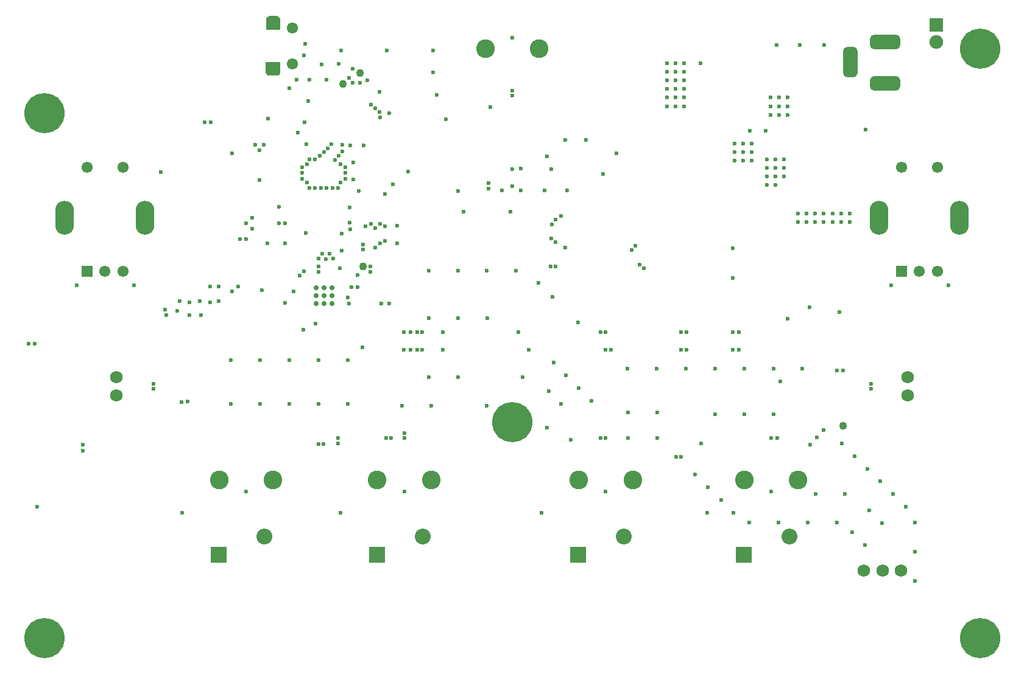
<source format=gbs>
G04*
G04 #@! TF.GenerationSoftware,Altium Limited,Altium Designer,24.5.2 (23)*
G04*
G04 Layer_Color=16711935*
%FSLAX44Y44*%
%MOMM*%
G71*
G04*
G04 #@! TF.SameCoordinates,4DB407A0-4691-4D8C-B920-06E893975E0B*
G04*
G04*
G04 #@! TF.FilePolarity,Negative*
G04*
G01*
G75*
%ADD73C,1.1000*%
G04:AMPARAMS|DCode=98|XSize=2.6mm|YSize=4.7mm|CornerRadius=1.3mm|HoleSize=0mm|Usage=FLASHONLY|Rotation=0.000|XOffset=0mm|YOffset=0mm|HoleType=Round|Shape=RoundedRectangle|*
%AMROUNDEDRECTD98*
21,1,2.6000,2.1000,0,0,0.0*
21,1,0.0000,4.7000,0,0,0.0*
1,1,2.6000,0.0000,-1.0500*
1,1,2.6000,0.0000,-1.0500*
1,1,2.6000,0.0000,1.0500*
1,1,2.6000,0.0000,1.0500*
%
%ADD98ROUNDEDRECTD98*%
%ADD99C,1.5500*%
%ADD100R,1.5500X1.5500*%
%ADD101C,1.7272*%
G04:AMPARAMS|DCode=102|XSize=4.2032mm|YSize=2.0032mm|CornerRadius=0.5516mm|HoleSize=0mm|Usage=FLASHONLY|Rotation=90.000|XOffset=0mm|YOffset=0mm|HoleType=Round|Shape=RoundedRectangle|*
%AMROUNDEDRECTD102*
21,1,4.2032,0.9000,0,0,90.0*
21,1,3.1000,2.0032,0,0,90.0*
1,1,1.1032,0.4500,1.5500*
1,1,1.1032,0.4500,-1.5500*
1,1,1.1032,-0.4500,-1.5500*
1,1,1.1032,-0.4500,1.5500*
%
%ADD102ROUNDEDRECTD102*%
G04:AMPARAMS|DCode=103|XSize=4.2032mm|YSize=2.0032mm|CornerRadius=0.5516mm|HoleSize=0mm|Usage=FLASHONLY|Rotation=0.000|XOffset=0mm|YOffset=0mm|HoleType=Round|Shape=RoundedRectangle|*
%AMROUNDEDRECTD103*
21,1,4.2032,0.9000,0,0,0.0*
21,1,3.1000,2.0032,0,0,0.0*
1,1,1.1032,1.5500,-0.4500*
1,1,1.1032,-1.5500,-0.4500*
1,1,1.1032,-1.5500,0.4500*
1,1,1.1032,1.5500,0.4500*
%
%ADD103ROUNDEDRECTD103*%
%ADD104C,1.9032*%
%ADD105R,1.9032X1.9032*%
%ADD106C,2.2032*%
%ADD107R,2.2032X2.2032*%
%ADD108C,0.6000*%
%ADD109C,0.7032*%
%ADD110C,2.6000*%
%ADD111C,5.6000*%
G36*
X372251Y915502D02*
X372742Y915502D01*
X372743D01*
D01*
X372840Y915493D01*
X373806Y915301D01*
X373901Y915272D01*
X373901Y915272D01*
X374811Y914895D01*
X374897Y914849D01*
X375716Y914302D01*
X375716Y914302D01*
X375793Y914239D01*
X376489Y913543D01*
X376489Y913543D01*
X376552Y913466D01*
X377099Y912648D01*
X377099Y912647D01*
X377145Y912561D01*
X377522Y911651D01*
X377522Y911651D01*
X377551Y911556D01*
X377743Y910591D01*
X377743Y910591D01*
X377752Y910492D01*
Y910000D01*
X377752Y897000D01*
X377743Y896902D01*
X377714Y896808D01*
X377668Y896721D01*
X377605Y896645D01*
X377529Y896582D01*
X377442Y896536D01*
X377348Y896507D01*
X377250Y896498D01*
X358250D01*
X358152Y896507D01*
X358058Y896536D01*
X357971Y896582D01*
X357895Y896645D01*
X357832Y896721D01*
X357786Y896808D01*
X357757Y896902D01*
X357748Y897000D01*
Y910250D01*
Y910718D01*
X357757Y910816D01*
X357940Y911733D01*
X357968Y911828D01*
X358326Y912692D01*
X358373Y912779D01*
X358893Y913557D01*
X358955Y913633D01*
X359617Y914295D01*
X359693Y914357D01*
X360471Y914877D01*
X360558Y914923D01*
X360558Y914924D01*
X361422Y915282D01*
X361516Y915310D01*
X362434Y915493D01*
X362532Y915502D01*
X372250D01*
X372251Y915502D01*
D02*
G37*
G36*
X377098Y851493D02*
X377192Y851464D01*
X377279Y851418D01*
X377355Y851355D01*
X377418Y851279D01*
X377464Y851192D01*
X377493Y851098D01*
X377502Y851000D01*
Y837750D01*
Y837282D01*
X377493Y837184D01*
X377310Y836266D01*
X377282Y836172D01*
X376924Y835308D01*
X376877Y835221D01*
X376357Y834443D01*
X376295Y834367D01*
X375633Y833705D01*
X375557Y833643D01*
X374779Y833123D01*
X374692Y833076D01*
X374692Y833076D01*
X373828Y832718D01*
X373733Y832690D01*
X372816Y832507D01*
X372718Y832498D01*
X363000D01*
X362999Y832498D01*
X362508Y832498D01*
X362508D01*
D01*
X362410Y832507D01*
X361443Y832699D01*
X361349Y832728D01*
X361349Y832728D01*
X360439Y833105D01*
X360353Y833151D01*
X359534Y833698D01*
X359534Y833699D01*
X359457Y833761D01*
X358761Y834457D01*
X358761Y834457D01*
X358699Y834534D01*
X358151Y835352D01*
X358151Y835352D01*
X358105Y835439D01*
X357728Y836349D01*
X357728Y836349D01*
X357699Y836443D01*
X357507Y837410D01*
X357507Y837410D01*
X357498Y837507D01*
Y838000D01*
X357498Y851000D01*
X357507Y851098D01*
X357536Y851192D01*
X357582Y851279D01*
X357645Y851355D01*
X357721Y851418D01*
X357808Y851464D01*
X357902Y851493D01*
X358000Y851502D01*
X377000D01*
X377098Y851493D01*
D02*
G37*
D73*
X465000Y820500D02*
D03*
X1160000Y345000D02*
D03*
X488665Y836390D02*
D03*
X492500Y566500D02*
D03*
D98*
X190000Y635000D02*
D03*
X78000D02*
D03*
X1210000D02*
D03*
X1322000D02*
D03*
D99*
X159000Y560000D02*
D03*
X134000D02*
D03*
X159000Y705000D02*
D03*
X109000D02*
D03*
X394500Y849000D02*
D03*
Y899000D02*
D03*
X1241000Y705000D02*
D03*
X1291000D02*
D03*
X1266000Y560000D02*
D03*
X1291000D02*
D03*
D100*
X109000D02*
D03*
X1241000D02*
D03*
D101*
X150000Y387250D02*
D03*
Y412750D02*
D03*
X1250000Y387250D02*
D03*
Y412750D02*
D03*
X1240000Y143500D02*
D03*
X1189000D02*
D03*
X1214500D02*
D03*
D102*
X1170000Y851500D02*
D03*
D103*
X1218000Y879500D02*
D03*
Y821500D02*
D03*
D104*
X1289000Y879000D02*
D03*
D105*
Y903000D02*
D03*
D106*
X1085400Y190800D02*
D03*
X575400D02*
D03*
X355400D02*
D03*
X855400D02*
D03*
D107*
X1021900Y165400D02*
D03*
X511900D02*
D03*
X291900D02*
D03*
X791900D02*
D03*
D108*
X515750Y810250D02*
D03*
X625000Y672000D02*
D03*
X211500Y698500D02*
D03*
X390250Y815000D02*
D03*
X1063250Y361000D02*
D03*
X1022750D02*
D03*
X1103500Y425000D02*
D03*
X1063000D02*
D03*
X1160000Y422000D02*
D03*
X1151250D02*
D03*
X248750Y378750D02*
D03*
X669750Y789000D02*
D03*
X416500Y797500D02*
D03*
X360500Y772250D02*
D03*
X310500Y724500D02*
D03*
X603750Y450750D02*
D03*
Y475750D02*
D03*
X540500Y599250D02*
D03*
Y624000D02*
D03*
X523250Y667750D02*
D03*
X475000Y618500D02*
D03*
X493250Y735500D02*
D03*
X474250Y627895D02*
D03*
X460500Y564750D02*
D03*
X39750Y232250D02*
D03*
X272500Y767250D02*
D03*
X281000D02*
D03*
X443500Y731250D02*
D03*
X438250Y726000D02*
D03*
X201500Y403500D02*
D03*
Y396500D02*
D03*
X219356Y499553D02*
D03*
X251750Y499500D02*
D03*
X412500Y877000D02*
D03*
X479250Y688000D02*
D03*
X475250Y735250D02*
D03*
X431000Y559250D02*
D03*
X473500Y829250D02*
D03*
X478500Y822750D02*
D03*
X488500D02*
D03*
X436000Y584750D02*
D03*
X446000D02*
D03*
X451000Y578000D02*
D03*
X431000D02*
D03*
X441000Y577500D02*
D03*
X1199250Y403500D02*
D03*
Y396500D02*
D03*
X448750Y736750D02*
D03*
X607500Y772000D02*
D03*
X1068000Y875250D02*
D03*
X1100000D02*
D03*
X1134000D02*
D03*
X700000Y885500D02*
D03*
X1259500Y129500D02*
D03*
Y170000D02*
D03*
Y210500D02*
D03*
X1132500Y339500D02*
D03*
X1113750Y318500D02*
D03*
X1247250Y232750D02*
D03*
X1229500Y250250D02*
D03*
X1211750Y267750D02*
D03*
X1194000Y285250D02*
D03*
X1176250Y302750D02*
D03*
X1158500Y320250D02*
D03*
X1007750Y224250D02*
D03*
X990250Y242000D02*
D03*
X971500Y259750D02*
D03*
X954000Y277500D02*
D03*
X1172750Y197250D02*
D03*
X1190250Y179500D02*
D03*
X1151250Y210250D02*
D03*
X1110750D02*
D03*
X1029750D02*
D03*
X1070250D02*
D03*
X901250Y328000D02*
D03*
X860750D02*
D03*
X781250Y326000D02*
D03*
X748250Y342750D02*
D03*
X664500Y373250D02*
D03*
X587500D02*
D03*
X547000D02*
D03*
X471250Y375250D02*
D03*
X430750D02*
D03*
X349750D02*
D03*
X390250D02*
D03*
X309250D02*
D03*
X1214000Y209750D02*
D03*
X1196500Y227500D02*
D03*
X1162250Y250000D02*
D03*
X1121750D02*
D03*
X963000Y320750D02*
D03*
X768250Y375500D02*
D03*
X750750Y393250D02*
D03*
X714750Y412750D02*
D03*
X624750D02*
D03*
X584250D02*
D03*
X757500Y432750D02*
D03*
X775000Y415000D02*
D03*
X792500Y397250D02*
D03*
X810000Y379500D02*
D03*
X982250Y361000D02*
D03*
X901250Y363500D02*
D03*
X860750D02*
D03*
X665250Y495000D02*
D03*
X624750D02*
D03*
X584250D02*
D03*
X1022500Y425000D02*
D03*
X792000Y489000D02*
D03*
X756250Y524500D02*
D03*
X736750Y544000D02*
D03*
X860500Y425000D02*
D03*
X901000D02*
D03*
X941500D02*
D03*
X982000D02*
D03*
X584000Y561250D02*
D03*
X624500D02*
D03*
X665000D02*
D03*
X705500D02*
D03*
X491500Y454500D02*
D03*
X471250Y436750D02*
D03*
X430750D02*
D03*
X390250D02*
D03*
X349750D02*
D03*
X309250D02*
D03*
X533871Y681383D02*
D03*
X555000Y699000D02*
D03*
X632750Y642750D02*
D03*
X697750D02*
D03*
X748500Y720000D02*
D03*
X711750Y702895D02*
D03*
X700000Y804750D02*
D03*
X845250Y724750D02*
D03*
X755500Y625750D02*
D03*
X767750Y637000D02*
D03*
X754500Y605750D02*
D03*
X773750Y593500D02*
D03*
X753250Y566500D02*
D03*
X866250Y590000D02*
D03*
X882750Y564750D02*
D03*
X1006500Y592250D02*
D03*
X1006250Y551000D02*
D03*
X1083000Y494500D02*
D03*
X1113000Y510000D02*
D03*
X1154500Y503000D02*
D03*
X280500Y539000D02*
D03*
X575250Y450750D02*
D03*
Y475750D02*
D03*
X723250Y450750D02*
D03*
X708625Y475625D02*
D03*
X822750Y475750D02*
D03*
X837250Y450750D02*
D03*
X942250D02*
D03*
Y475750D02*
D03*
X1014750D02*
D03*
Y450750D02*
D03*
X1068500Y328000D02*
D03*
X927750Y301500D02*
D03*
X822750Y328000D02*
D03*
X550000Y335250D02*
D03*
X524750Y328000D02*
D03*
X430750Y320000D02*
D03*
X458000Y320750D02*
D03*
X103250Y310000D02*
D03*
X36500Y459000D02*
D03*
X217750Y507000D02*
D03*
X267250Y499500D02*
D03*
X234250Y505500D02*
D03*
X237750Y519000D02*
D03*
X265750D02*
D03*
X292000D02*
D03*
X311000Y532000D02*
D03*
X431000Y566500D02*
D03*
X503250Y559500D02*
D03*
X492750Y590500D02*
D03*
Y597750D02*
D03*
X523295Y602163D02*
D03*
Y622837D02*
D03*
X496163D02*
D03*
X486750Y672000D02*
D03*
X384500Y627250D02*
D03*
X384000Y599000D02*
D03*
X360000Y599250D02*
D03*
X339020Y619270D02*
D03*
X321500Y605000D02*
D03*
X474250Y649000D02*
D03*
X339020Y634730D02*
D03*
X349000Y687000D02*
D03*
Y728500D02*
D03*
X435500Y847750D02*
D03*
X462520Y867520D02*
D03*
X499000Y825750D02*
D03*
X478000Y842000D02*
D03*
X876750Y569750D02*
D03*
X871250Y596000D02*
D03*
X411000Y861000D02*
D03*
X400000Y827000D02*
D03*
X458000Y328000D02*
D03*
X532000D02*
D03*
X413000Y613750D02*
D03*
X463000Y589000D02*
D03*
X568000Y450750D02*
D03*
Y475750D02*
D03*
X558500Y450750D02*
D03*
Y475750D02*
D03*
X549250Y450750D02*
D03*
Y475750D02*
D03*
X509750Y620000D02*
D03*
X516000Y599000D02*
D03*
X509750Y592750D02*
D03*
X503250Y566750D02*
D03*
X503458Y626000D02*
D03*
X516000D02*
D03*
X352500Y534000D02*
D03*
X318750Y539000D02*
D03*
X292000D02*
D03*
X280500Y517250D02*
D03*
X251750D02*
D03*
X330000Y627000D02*
D03*
Y605000D02*
D03*
X375750Y626750D02*
D03*
X935000Y301500D02*
D03*
X1123250Y329000D02*
D03*
X760500Y566500D02*
D03*
Y600750D02*
D03*
Y631750D02*
D03*
X935000Y475750D02*
D03*
Y450750D02*
D03*
X830000Y475750D02*
D03*
X1006250Y450750D02*
D03*
Y475750D02*
D03*
X830000Y450750D02*
D03*
X103250Y318500D02*
D03*
X330000Y254000D02*
D03*
X774000Y743000D02*
D03*
X590000Y837000D02*
D03*
X240000Y378500D02*
D03*
X464000Y736000D02*
D03*
X1059000Y802000D02*
D03*
X1071000D02*
D03*
X1083000D02*
D03*
X1059000Y790000D02*
D03*
X1071000D02*
D03*
X1083000D02*
D03*
Y778000D02*
D03*
X1071000D02*
D03*
X1059000D02*
D03*
X826000Y696000D02*
D03*
X927000Y850000D02*
D03*
X915000D02*
D03*
X939000D02*
D03*
Y838000D02*
D03*
X915000D02*
D03*
X927000D02*
D03*
X1054000Y680000D02*
D03*
X1066000D02*
D03*
X915000Y790000D02*
D03*
X927000D02*
D03*
X939000D02*
D03*
Y802000D02*
D03*
X927000D02*
D03*
X915000D02*
D03*
X927000Y826000D02*
D03*
X915000D02*
D03*
X939000D02*
D03*
X915000Y814000D02*
D03*
X927000D02*
D03*
X939000D02*
D03*
X1033000Y726000D02*
D03*
X1021000D02*
D03*
X1009000D02*
D03*
X1033000Y738000D02*
D03*
X1009000D02*
D03*
X1021000D02*
D03*
X1009000Y714000D02*
D03*
X1021000D02*
D03*
X1033000D02*
D03*
X1078000Y692000D02*
D03*
X1066000D02*
D03*
X1054000D02*
D03*
X1066000Y716000D02*
D03*
X1054000D02*
D03*
X1078000D02*
D03*
X1054000Y704000D02*
D03*
X1066000D02*
D03*
X1078000D02*
D03*
X1169117Y628398D02*
D03*
X1157117D02*
D03*
X1145117D02*
D03*
X1133117D02*
D03*
X1121117D02*
D03*
X1109117D02*
D03*
X1097117D02*
D03*
X1169117Y640398D02*
D03*
X1157117D02*
D03*
X1145117D02*
D03*
X1133117D02*
D03*
X1121117D02*
D03*
X1097117D02*
D03*
X1109117D02*
D03*
X438000Y320000D02*
D03*
X1073000Y407000D02*
D03*
X529000Y515000D02*
D03*
X518000D02*
D03*
X473259Y514891D02*
D03*
X471494Y523373D02*
D03*
X700000Y679000D02*
D03*
Y702000D02*
D03*
X411642Y767450D02*
D03*
X516000Y774000D02*
D03*
X515959Y782242D02*
D03*
X509706Y787290D02*
D03*
X503458Y792404D02*
D03*
X1060000Y328000D02*
D03*
X830000D02*
D03*
X550000D02*
D03*
X28000Y459000D02*
D03*
X700000Y812000D02*
D03*
X376000Y650000D02*
D03*
X458517Y848869D02*
D03*
X529000Y780000D02*
D03*
X454000Y715000D02*
D03*
X464000Y727000D02*
D03*
X459000Y721000D02*
D03*
X433000D02*
D03*
X485000Y538000D02*
D03*
X396000Y532000D02*
D03*
X411000Y560000D02*
D03*
X477000Y538000D02*
D03*
X1052000Y756000D02*
D03*
X1306000Y541000D02*
D03*
X1227000D02*
D03*
X971000Y224000D02*
D03*
X1060000Y254000D02*
D03*
X830000D02*
D03*
X741000Y224000D02*
D03*
X550000Y254000D02*
D03*
X461000Y224000D02*
D03*
X241000D02*
D03*
X174000Y541000D02*
D03*
X95000D02*
D03*
X384000Y516000D02*
D03*
X427000Y487000D02*
D03*
X410000Y479000D02*
D03*
X485000Y555000D02*
D03*
X405000Y554000D02*
D03*
X463000Y613000D02*
D03*
X803000Y743000D02*
D03*
X754000Y702000D02*
D03*
X776000Y673000D02*
D03*
X745000D02*
D03*
X712000D02*
D03*
X686000D02*
D03*
X667000Y675000D02*
D03*
Y683000D02*
D03*
X343000Y736000D02*
D03*
X595000Y806000D02*
D03*
X590000Y867500D02*
D03*
X526000D02*
D03*
X442000Y827000D02*
D03*
X418000D02*
D03*
X418000Y716000D02*
D03*
X426000D02*
D03*
X461000Y709000D02*
D03*
X415000D02*
D03*
X468000Y705000D02*
D03*
Y697000D02*
D03*
X408000Y705000D02*
D03*
Y697000D02*
D03*
X468000Y689000D02*
D03*
X408000D02*
D03*
X415000Y684000D02*
D03*
X418000Y676000D02*
D03*
X426000D02*
D03*
X434000D02*
D03*
X442000D02*
D03*
X450000D02*
D03*
X458000D02*
D03*
X461000Y684000D02*
D03*
X479250Y712000D02*
D03*
X355000Y736000D02*
D03*
X414000Y737000D02*
D03*
X402000Y753000D02*
D03*
X1191000Y757000D02*
D03*
X1030000Y756000D02*
D03*
X962000Y850000D02*
D03*
D109*
X427500Y537250D02*
D03*
X438500D02*
D03*
X449500D02*
D03*
X427500Y526250D02*
D03*
X438500D02*
D03*
X449500D02*
D03*
X427500Y515250D02*
D03*
X438500D02*
D03*
X449500D02*
D03*
D110*
X512500Y270000D02*
D03*
X587500D02*
D03*
X662500Y870000D02*
D03*
X737500D02*
D03*
X1097500Y270000D02*
D03*
X1022500D02*
D03*
X867500D02*
D03*
X792500D02*
D03*
X292500D02*
D03*
X367500D02*
D03*
D111*
X700000Y350000D02*
D03*
X1350000Y870000D02*
D03*
Y50000D02*
D03*
X50000Y780000D02*
D03*
Y50000D02*
D03*
M02*

</source>
